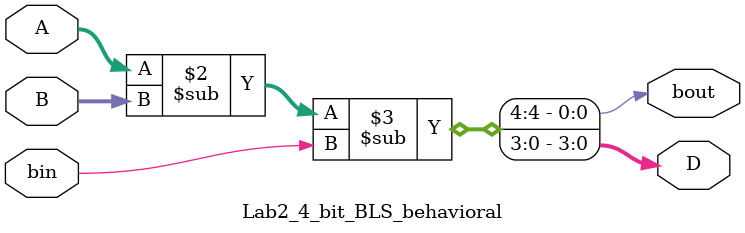
<source format=v>
module Lab2_4_bit_BLS_behavioral(input [3:0] A, B, input bin, output reg [3:0] D, output reg bout);
    always @(A, B, bin) begin
        {bout, D} = A - B - bin;
    end
endmodule
</source>
